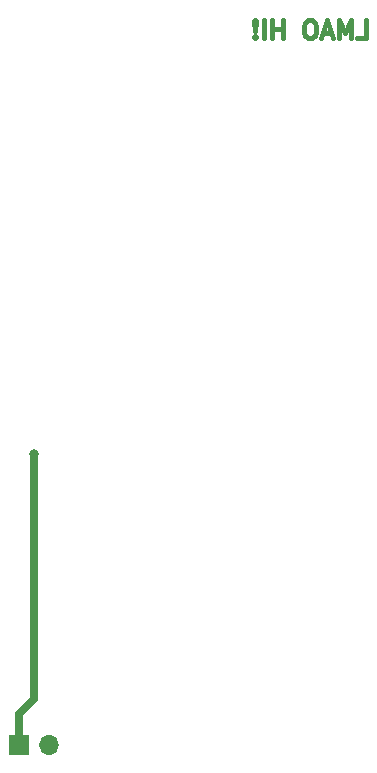
<source format=gbr>
G04 #@! TF.GenerationSoftware,KiCad,Pcbnew,(5.1.6)-1*
G04 #@! TF.CreationDate,2021-07-30T18:53:30-07:00*
G04 #@! TF.ProjectId,Inductor Coils,496e6475-6374-46f7-9220-436f696c732e,rev?*
G04 #@! TF.SameCoordinates,Original*
G04 #@! TF.FileFunction,Copper,L2,Bot*
G04 #@! TF.FilePolarity,Positive*
%FSLAX46Y46*%
G04 Gerber Fmt 4.6, Leading zero omitted, Abs format (unit mm)*
G04 Created by KiCad (PCBNEW (5.1.6)-1) date 2021-07-30 18:53:30*
%MOMM*%
%LPD*%
G01*
G04 APERTURE LIST*
G04 #@! TA.AperFunction,NonConductor*
%ADD10C,0.381000*%
G04 #@! TD*
G04 #@! TA.AperFunction,ComponentPad*
%ADD11O,1.700000X1.700000*%
G04 #@! TD*
G04 #@! TA.AperFunction,ComponentPad*
%ADD12R,1.700000X1.700000*%
G04 #@! TD*
G04 #@! TA.AperFunction,ViaPad*
%ADD13C,0.800000*%
G04 #@! TD*
G04 #@! TA.AperFunction,Conductor*
%ADD14C,0.700000*%
G04 #@! TD*
G04 APERTURE END LIST*
D10*
X255955142Y-95189428D02*
X256680857Y-95189428D01*
X256680857Y-93665428D01*
X255447142Y-95189428D02*
X255447142Y-93665428D01*
X254939142Y-94754000D01*
X254431142Y-93665428D01*
X254431142Y-95189428D01*
X253778000Y-94754000D02*
X253052285Y-94754000D01*
X253923142Y-95189428D02*
X253415142Y-93665428D01*
X252907142Y-95189428D01*
X252108857Y-93665428D02*
X251818571Y-93665428D01*
X251673428Y-93738000D01*
X251528285Y-93883142D01*
X251455714Y-94173428D01*
X251455714Y-94681428D01*
X251528285Y-94971714D01*
X251673428Y-95116857D01*
X251818571Y-95189428D01*
X252108857Y-95189428D01*
X252254000Y-95116857D01*
X252399142Y-94971714D01*
X252471714Y-94681428D01*
X252471714Y-94173428D01*
X252399142Y-93883142D01*
X252254000Y-93738000D01*
X252108857Y-93665428D01*
X249641428Y-95189428D02*
X249641428Y-93665428D01*
X249641428Y-94391142D02*
X248770571Y-94391142D01*
X248770571Y-95189428D02*
X248770571Y-93665428D01*
X248044857Y-95189428D02*
X248044857Y-93665428D01*
X247319142Y-95044285D02*
X247246571Y-95116857D01*
X247319142Y-95189428D01*
X247391714Y-95116857D01*
X247319142Y-95044285D01*
X247319142Y-95189428D01*
X247319142Y-94608857D02*
X247391714Y-93738000D01*
X247319142Y-93665428D01*
X247246571Y-93738000D01*
X247319142Y-94608857D01*
X247319142Y-93665428D01*
D11*
X229870000Y-155000000D03*
D12*
X227330000Y-155000000D03*
D13*
X228600000Y-130400000D03*
D14*
X228600000Y-130400000D02*
X228600000Y-151130000D01*
X227330000Y-152400000D02*
X227330000Y-155000000D01*
X228600000Y-151130000D02*
X227330000Y-152400000D01*
M02*

</source>
